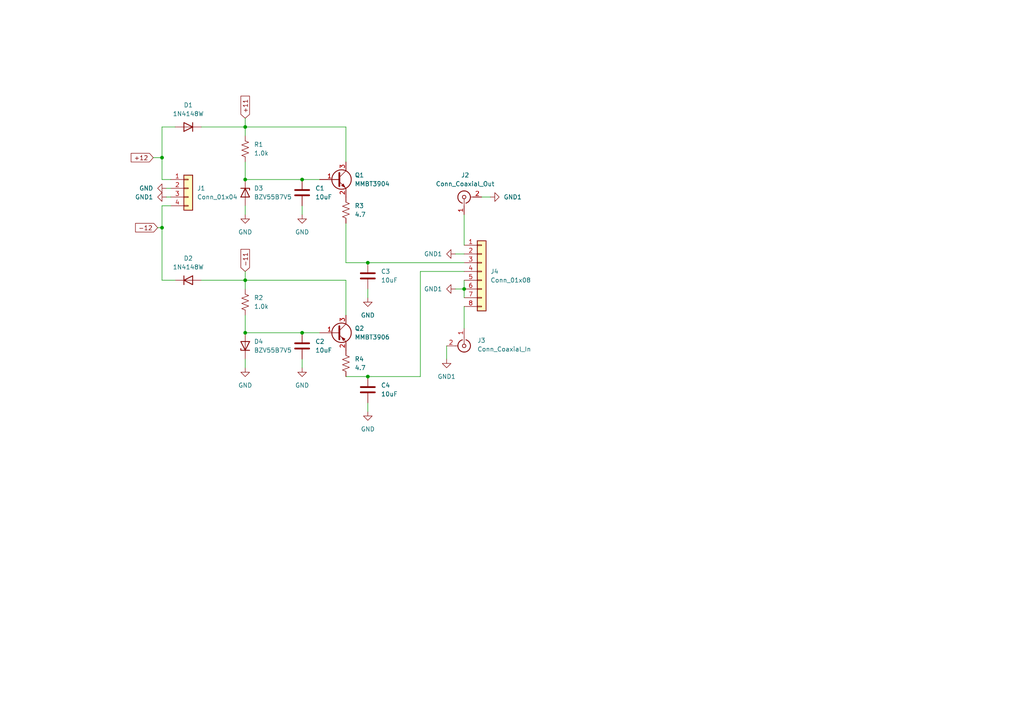
<source format=kicad_sch>
(kicad_sch (version 20230121) (generator eeschema)
  (paper "A4")
  (lib_symbols
    (symbol "Connector:Conn_Coaxial" (pin_names (offset 1.016) hide)
      (property "Reference" "J" (at 0.254 3.048 0))
      (property "Value" "Conn_Coaxial" (at 2.921 0 90))
      (symbol "Conn_Coaxial_0_1"
        (arc (start -1.778 -0.508) (mid 0.2311 -1.8066) (end 1.778 0) (stroke (width 0.254)))
        (polyline (pts (xy -2.54 0) (xy -0.508 0)))
        (polyline (pts (xy 0 -2.54) (xy 0 -1.778)))
        (circle (center 0 0) (radius 0.508) (stroke (width 0.2032)))
        (arc (start 1.778 0) (mid 0.2099 1.8101) (end -1.778 0.508) (stroke (width 0.254)))
      )
      (symbol "Conn_Coaxial_1_1"
        (pin passive line (at -5.08 0 0) (length 2.54) (name "In") (number "1"))
        (pin passive line (at 0 -5.08 90) (length 2.54) (name "Ext") (number "2"))
      )
    )
    (symbol "Connector_Generic:Conn_01x04" (pin_names (offset 1.016) hide)
      (property "Reference" "J" (at 0 5.08 0))
      (property "Value" "Conn_01x04" (at 0 -7.62 0))
      (symbol "Conn_01x04_1_1"
        (rectangle (start -1.27 -4.953) (end 0 -5.207) (stroke (width 0.1524)))
        (rectangle (start -1.27 -2.413) (end 0 -2.667) (stroke (width 0.1524)))
        (rectangle (start -1.27 0.127) (end 0 -0.127) (stroke (width 0.1524)))
        (rectangle (start -1.27 2.667) (end 0 2.413) (stroke (width 0.1524)))
        (rectangle (start -1.27 3.81) (end 1.27 -6.35) (stroke (width 0.254)) (fill (type background)))
        (pin passive line (at -5.08 2.54 0) (length 3.81) (name "Pin_1") (number "1"))
        (pin passive line (at -5.08 0 0) (length 3.81) (name "Pin_2") (number "2"))
        (pin passive line (at -5.08 -2.54 0) (length 3.81) (name "Pin_3") (number "3"))
        (pin passive line (at -5.08 -5.08 0) (length 3.81) (name "Pin_4") (number "4"))
      )
    )
    (symbol "Connector_Generic:Conn_01x08" (pin_names (offset 1.016) hide)
      (property "Reference" "J2" (at 2.54 0 0))
      (property "Value" "Conn_01x08" (at 2.54 -2.54 0))
      (symbol "Conn_01x08_1_1"
        (rectangle (start -1.27 -10.033) (end 0 -10.287) (stroke (width 0.1524)))
        (rectangle (start -1.27 -7.493) (end 0 -7.747) (stroke (width 0.1524)))
        (rectangle (start -1.27 -4.953) (end 0 -5.207) (stroke (width 0.1524)))
        (rectangle (start -1.27 -2.413) (end 0 -2.667) (stroke (width 0.1524)))
        (rectangle (start -1.27 0.127) (end 0 -0.127) (stroke (width 0.1524)))
        (rectangle (start -1.27 2.667) (end 0 2.413) (stroke (width 0.1524)))
        (rectangle (start -1.27 5.207) (end 0 4.953) (stroke (width 0.1524)))
        (rectangle (start -1.27 7.747) (end 0 7.493) (stroke (width 0.1524)))
        (rectangle (start -1.27 8.89) (end 1.27 -11.43) (stroke (width 0.254)) (fill (type background)))
        (pin output line (at -5.08 7.62 0) (length 3.81) (name "Output") (number "1"))
        (pin passive line (at -5.08 5.08 0) (length 3.81) (name "GND") (number "2"))
        (pin power_in line (at -5.08 2.54 0) (length 3.81) (name "Pin_3") (number "3"))
        (pin power_in line (at -5.08 0 0) (length 3.81) (name "Pin_4") (number "4"))
        (pin passive line (at -5.08 -2.54 0) (length 3.81) (name "Pin_5") (number "5"))
        (pin passive line (at -5.08 -5.08 0) (length 3.81) (name "Pin_6") (number "6"))
        (pin passive line (at -5.08 -7.62 0) (length 3.81) (name "Pin_7") (number "7"))
        (pin input line (at -5.08 -10.16 0) (length 3.81) (name "Input") (number "8"))
      )
    )
    (symbol "Device:C" (pin_numbers hide) (pin_names (offset 0.254))
      (property "Reference" "C" (at 0.635 2.54 0))
      (property "Value" "C" (at 0.635 -2.54 0))
      (symbol "C_0_1"
        (polyline (pts (xy -2.032 -0.762) (xy 2.032 -0.762)) (stroke (width 0.508)))
        (polyline (pts (xy -2.032 0.762) (xy 2.032 0.762)) (stroke (width 0.508)))
      )
      (symbol "C_1_1"
        (pin passive line (at 0 3.81 270) (length 2.794) (name "~") (number "1"))
        (pin passive line (at 0 -3.81 90) (length 2.794) (name "~") (number "2"))
      )
    )
    (symbol "Device:R_US" (pin_numbers hide) (pin_names (offset 0))
      (property "Reference" "R" (at 2.54 0 90))
      (property "Value" "R_US" (at -2.54 0 90))
      (symbol "R_US_0_1"
        (polyline (pts (xy 0 -2.286) (xy 0 -2.54)))
        (polyline (pts (xy 0 2.286) (xy 0 2.54)))
        (polyline (pts (xy 0 -0.762) (xy 1.016 -1.143) (xy 0 -1.524) (xy -1.016 -1.905) (xy 0 -2.286)))
        (polyline (pts (xy 0 0.762) (xy 1.016 0.381) (xy 0 0) (xy -1.016 -0.381) (xy 0 -0.762)))
        (polyline (pts (xy 0 2.286) (xy 1.016 1.905) (xy 0 1.524) (xy -1.016 1.143) (xy 0 0.762)))
      )
      (symbol "R_US_1_1"
        (pin passive line (at 0 3.81 270) (length 1.27) (name "~") (number "1"))
        (pin passive line (at 0 -3.81 90) (length 1.27) (name "~") (number "2"))
      )
    )
    (symbol "Diode:1N4148W" (pin_numbers hide) (pin_names hide)
      (property "Reference" "D" (at 0 2.54 0))
      (property "Value" "1N4148W" (at 0 -2.54 0))
      (symbol "1N4148W_0_1"
        (polyline (pts (xy -1.27 1.27) (xy -1.27 -1.27)) (stroke (width 0.254)))
        (polyline (pts (xy 1.27 0) (xy -1.27 0)))
        (polyline (pts (xy 1.27 1.27) (xy 1.27 -1.27) (xy -1.27 0) (xy 1.27 1.27)) (stroke (width 0.254)))
      )
      (symbol "1N4148W_1_1"
        (pin passive line (at -3.81 0 0) (length 2.54) (name "K") (number "1"))
        (pin passive line (at 3.81 0 180) (length 2.54) (name "A") (number "2"))
      )
    )
    (symbol "Diode:BZV55B7V5" (pin_numbers hide) (pin_names hide)
      (property "Reference" "D" (at 0 2.54 0))
      (property "Value" "BZV55B7V5" (at 0 -2.54 0))
      (symbol "BZV55B7V5_0_1"
        (polyline (pts (xy 1.27 0) (xy -1.27 0)))
        (polyline (pts (xy -1.27 -1.27) (xy -1.27 1.27) (xy -0.762 1.27)) (stroke (width 0.254)))
        (polyline (pts (xy 1.27 -1.27) (xy 1.27 1.27) (xy -1.27 0) (xy 1.27 -1.27)) (stroke (width 0.254)))
      )
      (symbol "BZV55B7V5_1_1"
        (pin passive line (at -3.81 0 0) (length 2.54) (name "K") (number "1"))
        (pin passive line (at 3.81 0 180) (length 2.54) (name "A") (number "2"))
      )
    )
    (symbol "Transistor_BJT:MMBT3904" (pin_names (offset 0) hide)
      (property "Reference" "Q" (at 5.08 1.905 0))
      (property "Value" "MMBT3904" (at 5.08 0 0))
      (symbol "MMBT3904_0_1"
        (polyline (pts (xy 0.635 0.635) (xy 2.54 2.54)))
        (polyline (pts (xy 0.635 -0.635) (xy 2.54 -2.54) (xy 2.54 -2.54)))
        (polyline (pts (xy 0.635 1.905) (xy 0.635 -1.905) (xy 0.635 -1.905)) (stroke (width 0.508)))
        (polyline (pts (xy 1.27 -1.778) (xy 1.778 -1.27) (xy 2.286 -2.286) (xy 1.27 -1.778) (xy 1.27 -1.778)) (fill (type outline)))
        (circle (center 1.27 0) (radius 2.8194) (stroke (width 0.254)))
      )
      (symbol "MMBT3904_1_1"
        (pin input line (at -5.08 0 0) (length 5.715) (name "B") (number "1"))
        (pin passive line (at 2.54 -5.08 90) (length 2.54) (name "E") (number "2"))
        (pin passive line (at 2.54 5.08 270) (length 2.54) (name "C") (number "3"))
      )
    )
    (symbol "Transistor_BJT:MMBT3906" (pin_names (offset 0) hide)
      (property "Reference" "Q" (at 5.08 1.905 0))
      (property "Value" "MMBT3906" (at 5.08 0 0))
      (symbol "MMBT3906_0_1"
        (polyline (pts (xy 0.635 0.635) (xy 2.54 2.54)))
        (polyline (pts (xy 0.635 -0.635) (xy 2.54 -2.54) (xy 2.54 -2.54)))
        (polyline (pts (xy 0.635 1.905) (xy 0.635 -1.905) (xy 0.635 -1.905)) (stroke (width 0.508)))
        (polyline (pts (xy 2.286 -1.778) (xy 1.778 -2.286) (xy 1.27 -1.27) (xy 2.286 -1.778) (xy 2.286 -1.778)) (fill (type outline)))
        (circle (center 1.27 0) (radius 2.8194) (stroke (width 0.254)))
      )
      (symbol "MMBT3906_1_1"
        (pin input line (at -5.08 0 0) (length 5.715) (name "B") (number "1"))
        (pin passive line (at 2.54 -5.08 90) (length 2.54) (name "E") (number "2"))
        (pin passive line (at 2.54 5.08 270) (length 2.54) (name "C") (number "3"))
      )
    )
    (symbol "power:GND" (power) (pin_names (offset 0))
      (property "Value" "GND" (at 0 -3.81 0))
      (symbol "GND_0_1"
        (polyline (pts (xy 0 0) (xy 0 -1.27) (xy 1.27 -1.27) (xy 0 -2.54) (xy -1.27 -1.27) (xy 0 -1.27)))
      )
      (symbol "GND_1_1"
        (pin power_in line (at 0 0 270) (length 0) hide (name "GND") (number "1"))
      )
    )
    (symbol "power:GND1" (power) (pin_names (offset 0))
      (property "Value" "GND1" (at 0 -3.81 0))
      (symbol "GND1_0_1"
        (polyline (pts (xy 0 0) (xy 0 -1.27) (xy 1.27 -1.27) (xy 0 -2.54) (xy -1.27 -1.27) (xy 0 -1.27)))
      )
      (symbol "GND1_1_1"
        (pin power_in line (at 0 0 270) (length 0) hide (name "GND1") (number "1"))
      )
    )
  )
  (junction (at 87.63 96.52))
  (junction (at 71.12 36.83))
  (junction (at 87.63 52.07))
  (junction (at 71.12 81.28))
  (junction (at 46.99 66.04))
  (junction (at 46.99 45.72))
  (junction (at 106.68 109.22))
  (junction (at 106.68 76.2))
  (junction (at 134.62 83.82))
  (junction (at 71.12 52.07))
  (junction (at 71.12 96.52))
  (wire (pts (xy 48.26 54.61) (xy 49.53 54.61)))
  (wire (pts (xy 100.33 36.83) (xy 71.12 36.83)))
  (wire (pts (xy 121.92 78.74) (xy 134.62 78.74)))
  (wire (pts (xy 50.8 81.28) (xy 46.99 81.28)))
  (wire (pts (xy 100.33 46.99) (xy 100.33 36.83)))
  (wire (pts (xy 71.12 39.37) (xy 71.12 36.83)))
  (wire (pts (xy 87.63 106.68) (xy 87.63 104.14)))
  (wire (pts (xy 58.42 81.28) (xy 71.12 81.28)))
  (wire (pts (xy 134.62 62.23) (xy 134.62 71.12)))
  (wire (pts (xy 45.72 66.04) (xy 46.99 66.04)))
  (wire (pts (xy 58.42 36.83) (xy 71.12 36.83)))
  (wire (pts (xy 44.45 45.72) (xy 46.99 45.72)))
  (wire (pts (xy 48.26 57.15) (xy 49.53 57.15)))
  (wire (pts (xy 106.68 76.2) (xy 134.62 76.2)))
  (wire (pts (xy 106.68 86.36) (xy 106.68 83.82)))
  (wire (pts (xy 71.12 36.83) (xy 71.12 34.29)))
  (wire (pts (xy 71.12 81.28) (xy 100.33 81.28)))
  (wire (pts (xy 46.99 52.07) (xy 49.53 52.07)))
  (wire (pts (xy 46.99 36.83) (xy 50.8 36.83)))
  (wire (pts (xy 132.08 73.66) (xy 134.62 73.66)))
  (wire (pts (xy 46.99 36.83) (xy 46.99 45.72)))
  (wire (pts (xy 71.12 78.74) (xy 71.12 81.28)))
  (wire (pts (xy 87.63 62.23) (xy 87.63 59.69)))
  (wire (pts (xy 100.33 81.28) (xy 100.33 91.44)))
  (wire (pts (xy 100.33 76.2) (xy 106.68 76.2)))
  (wire (pts (xy 71.12 91.44) (xy 71.12 96.52)))
  (wire (pts (xy 87.63 96.52) (xy 92.71 96.52)))
  (wire (pts (xy 46.99 81.28) (xy 46.99 66.04)))
  (wire (pts (xy 71.12 106.68) (xy 71.12 104.14)))
  (wire (pts (xy 121.92 109.22) (xy 121.92 78.74)))
  (wire (pts (xy 46.99 59.69) (xy 49.53 59.69)))
  (wire (pts (xy 71.12 62.23) (xy 71.12 59.69)))
  (wire (pts (xy 71.12 96.52) (xy 87.63 96.52)))
  (wire (pts (xy 132.08 83.82) (xy 134.62 83.82)))
  (wire (pts (xy 46.99 45.72) (xy 46.99 52.07)))
  (wire (pts (xy 129.54 100.33) (xy 129.54 104.14)))
  (wire (pts (xy 106.68 119.38) (xy 106.68 116.84)))
  (wire (pts (xy 100.33 109.22) (xy 106.68 109.22)))
  (wire (pts (xy 46.99 66.04) (xy 46.99 59.69)))
  (wire (pts (xy 139.7 57.15) (xy 142.24 57.15)))
  (wire (pts (xy 71.12 81.28) (xy 71.12 83.82)))
  (wire (pts (xy 134.62 81.28) (xy 134.62 83.82)))
  (wire (pts (xy 71.12 46.99) (xy 71.12 52.07)))
  (wire (pts (xy 134.62 88.9) (xy 134.62 95.25)))
  (wire (pts (xy 134.62 83.82) (xy 134.62 86.36)))
  (wire (pts (xy 100.33 64.77) (xy 100.33 76.2)))
  (wire (pts (xy 106.68 109.22) (xy 121.92 109.22)))
  (wire (pts (xy 71.12 52.07) (xy 87.63 52.07)))
  (wire (pts (xy 87.63 52.07) (xy 92.71 52.07)))
  (global_label "-12" (shape input) (at 45.72 66.04 180) (property "Intersheetrefs" "${INTERSHEET_REFS}" (effects hide)))
  (global_label "-11" (shape input) (at 71.12 78.74 90) (property "Intersheetrefs" "${INTERSHEET_REFS}" (effects hide)))
  (global_label "+11" (shape input) (at 71.12 34.29 90) (property "Intersheetrefs" "${INTERSHEET_REFS}" (effects hide)))
  (global_label "+12" (shape input) (at 44.45 45.72 180) (property "Intersheetrefs" "${INTERSHEET_REFS}" (effects hide)))
  (symbol (lib_id "power:GND") (at 71.12 106.68 0) (unit 1)
    (property "Reference" "#PWR04" (effects hide))
    (property "Value" "GND" (at 71.12 111.76 0))
  )
  (symbol (lib_id "Diode:BZV55B7V5") (at 71.12 55.88 270) (unit 1)
    (property "Reference" "D3" (at 73.66 54.61 90) (effects (justify left)))
    (property "Value" "BZV55B7V5" (at 73.66 57.15 90) (effects (justify left)))
    (property "Footprint" "Diode_SMD:D_MiniMELF" (effects hide))
    (property "Datasheet" "https://assets.nexperia.com/documents/data-sheet/BZV55_SER.pdf" (effects hide))
  )
  (symbol (lib_id "Connector:Conn_Coaxial") (at 134.62 57.15 90) (unit 1)
    (property "Reference" "J2" (at 134.9132 50.8 90))
    (property "Value" "Conn_Coaxial_Out" (at 134.9132 53.34 90))
    (property "Footprint" "Connector_Coaxial:SMA_Amphenol_901-144_Vertical" (effects hide))
    (property "Datasheet" " ~" (effects hide))
  )
  (symbol (lib_id "power:GND1") (at 132.08 73.66 270) (unit 1)
    (property "Reference" "#PWR010" (effects hide))
    (property "Value" "GND1" (at 128.27 73.66 90) (effects (justify right)))
  )
  (symbol (lib_id "Device:C") (at 87.63 100.33 0) (unit 1)
    (property "Reference" "C2" (at 91.44 99.06 0) (effects (justify left)))
    (property "Value" "10uF" (at 91.44 101.6 0) (effects (justify left)))
    (property "Footprint" "Capacitor_SMD:C_1206_3216Metric_Pad1.33x1.80mm_HandSolder" (effects hide))
    (property "Datasheet" "  (symbol \"Diode:BZV55B7V5\" (pin_numbers hide) (pin_names hide) (in_bom yes) (on_board yes)" (effects hide))
  )
  (symbol (lib_id "Connector_Generic:Conn_01x08") (at 139.7 78.74 0) (unit 1)
    (property "Reference" "J4" (at 142.24 78.74 0) (effects (justify left)))
    (property "Value" "Conn_01x08" (at 142.24 81.28 0) (effects (justify left)))
    (property "Footprint" "Connector_PinSocket_2.54mm:PinSocket_1x08_P2.54mm_Vertical" (effects hide))
  )
  (symbol (lib_id "power:GND") (at 106.68 119.38 0) (unit 1)
    (property "Reference" "#PWR08" (effects hide))
    (property "Value" "GND" (at 106.68 124.46 0))
  )
  (symbol (lib_id "Connector:Conn_Coaxial") (at 134.62 100.33 270) (unit 1)
    (property "Reference" "J3" (at 138.43 98.7425 90) (effects (justify left)))
    (property "Value" "Conn_Coaxial_In" (at 138.43 101.2825 90) (effects (justify left)))
    (property "Footprint" "Connector_Coaxial:SMA_Amphenol_901-144_Vertical" (effects hide))
    (property "Datasheet" " ~" (effects hide))
  )
  (symbol (lib_id "Device:C") (at 87.63 55.88 0) (unit 1)
    (property "Reference" "C1" (at 91.44 54.61 0) (effects (justify left)))
    (property "Value" "10uF" (at 91.44 57.15 0) (effects (justify left)))
    (property "Footprint" "Capacitor_SMD:C_1206_3216Metric_Pad1.33x1.80mm_HandSolder" (effects hide))
    (property "Datasheet" "  (symbol \"Diode:BZV55B7V5\" (pin_numbers hide) (pin_names hide) (in_bom yes) (on_board yes)" (effects hide))
  )
  (symbol (lib_id "Transistor_BJT:MMBT3904") (at 97.79 52.07 0) (unit 1)
    (property "Reference" "Q1" (at 102.87 50.8 0) (effects (justify left)))
    (property "Value" "MMBT3904" (at 102.87 53.34 0) (effects (justify left)))
    (property "Footprint" "Package_TO_SOT_SMD:SOT-23" (effects hide))
    (property "Datasheet" "https://www.onsemi.com/pub/Collateral/2N3903-D.PDF" (effects hide))
  )
  (symbol (lib_id "Device:R_US") (at 71.12 43.18 0) (unit 1)
    (property "Reference" "R1" (at 73.66 41.91 0) (effects (justify left)))
    (property "Value" "1.0k" (at 73.66 44.45 0) (effects (justify left)))
    (property "Footprint" "Resistor_SMD:R_1206_3216Metric_Pad1.30x1.75mm_HandSolder" (effects hide))
  )
  (symbol (lib_id "power:GND") (at 87.63 62.23 0) (unit 1)
    (property "Reference" "#PWR05" (effects hide))
    (property "Value" "GND" (at 87.63 67.31 0))
  )
  (symbol (lib_id "power:GND1") (at 48.26 57.15 270) (unit 1)
    (property "Reference" "#PWR02" (effects hide))
    (property "Value" "GND1" (at 44.45 57.15 90) (effects (justify right)))
  )
  (symbol (lib_id "Device:C") (at 106.68 80.01 0) (unit 1)
    (property "Reference" "C3" (at 110.49 78.74 0) (effects (justify left)))
    (property "Value" "10uF" (at 110.49 81.28 0) (effects (justify left)))
    (property "Footprint" "Capacitor_SMD:C_1206_3216Metric_Pad1.33x1.80mm_HandSolder" (effects hide))
    (property "Datasheet" "  (symbol \"Diode:BZV55B7V5\" (pin_numbers hide) (pin_names hide) (in_bom yes) (on_board yes)" (effects hide))
  )
  (symbol (lib_id "Device:R_US") (at 100.33 60.96 0) (unit 1)
    (property "Reference" "R3" (at 102.87 59.69 0) (effects (justify left)))
    (property "Value" "4.7" (at 102.87 62.23 0) (effects (justify left)))
    (property "Footprint" "Resistor_SMD:R_1206_3216Metric_Pad1.30x1.75mm_HandSolder" (effects hide))
  )
  (symbol (lib_id "power:GND1") (at 142.24 57.15 90) (unit 1)
    (property "Reference" "#PWR012" (effects hide))
    (property "Value" "GND1" (at 146.05 57.15 90) (effects (justify right)))
  )
  (symbol (lib_id "Diode:1N4148W") (at 54.61 36.83 180) (unit 1)
    (property "Reference" "D1" (at 54.61 30.48 0))
    (property "Value" "1N4148W" (at 54.61 33.02 0))
    (property "Footprint" "Diode_SMD:D_SOD-123" (effects hide))
    (property "Datasheet" "https://www.vishay.com/docs/85748/1n4148w.pdf" (effects hide))
    (property "Sim.Device" "D" (effects hide))
    (property "Sim.Pins" "1=K 2=A" (effects hide))
  )
  (symbol (lib_id "Device:C") (at 106.68 113.03 0) (unit 1)
    (property "Reference" "C4" (at 110.49 111.76 0) (effects (justify left)))
    (property "Value" "10uF" (at 110.49 114.3 0) (effects (justify left)))
    (property "Footprint" "Capacitor_SMD:C_1206_3216Metric_Pad1.33x1.80mm_HandSolder" (effects hide))
    (property "Datasheet" "  (symbol \"Diode:BZV55B7V5\" (pin_numbers hide) (pin_names hide) (in_bom yes) (on_board yes)" (effects hide))
  )
  (symbol (lib_id "power:GND") (at 87.63 106.68 0) (unit 1)
    (property "Reference" "#PWR06" (effects hide))
    (property "Value" "GND" (at 87.63 111.76 0))
  )
  (symbol (lib_id "power:GND") (at 71.12 62.23 0) (unit 1)
    (property "Reference" "#PWR03" (effects hide))
    (property "Value" "GND" (at 71.12 67.31 0))
  )
  (symbol (lib_id "Transistor_BJT:MMBT3906") (at 97.79 96.52 0) (unit 1)
    (property "Reference" "Q2" (at 102.87 95.25 0) (effects (justify left)))
    (property "Value" "MMBT3906" (at 102.87 97.79 0) (effects (justify left)))
    (property "Footprint" "Package_TO_SOT_SMD:SOT-23" (effects hide))
    (property "Datasheet" "https://www.onsemi.com/pub/Collateral/2N3906-D.PDF" (effects hide))
  )
  (symbol (lib_id "Diode:1N4148W") (at 54.61 81.28 0) (unit 1)
    (property "Reference" "D2" (at 54.61 74.93 0))
    (property "Value" "1N4148W" (at 54.61 77.47 0))
    (property "Footprint" "Diode_SMD:D_SOD-123" (effects hide))
    (property "Datasheet" "https://www.vishay.com/docs/85748/1n4148w.pdf" (effects hide))
    (property "Sim.Device" "D" (effects hide))
    (property "Sim.Pins" "1=K 2=A" (effects hide))
  )
  (symbol (lib_id "power:GND1") (at 129.54 104.14 0) (unit 1)
    (property "Reference" "#PWR09" (effects hide))
    (property "Value" "GND1" (at 129.54 109.22 0))
  )
  (symbol (lib_id "Diode:BZV55B7V5") (at 71.12 100.33 90) (unit 1)
    (property "Reference" "D4" (at 73.66 99.06 90) (effects (justify right)))
    (property "Value" "BZV55B7V5" (at 73.66 101.6 90) (effects (justify right)))
    (property "Footprint" "Diode_SMD:D_MiniMELF" (effects hide))
    (property "Datasheet" "https://assets.nexperia.com/documents/data-sheet/BZV55_SER.pdf" (effects hide))
  )
  (symbol (lib_id "Device:R_US") (at 71.12 87.63 0) (unit 1)
    (property "Reference" "R2" (at 73.66 86.36 0) (effects (justify left)))
    (property "Value" "1.0k" (at 73.66 88.9 0) (effects (justify left)))
    (property "Footprint" "Resistor_SMD:R_1206_3216Metric_Pad1.30x1.75mm_HandSolder" (effects hide))
  )
  (symbol (lib_id "power:GND") (at 48.26 54.61 270) (unit 1)
    (property "Reference" "#PWR01" (effects hide))
    (property "Value" "GND" (at 44.45 54.61 90) (effects (justify right)))
  )
  (symbol (lib_id "Connector_Generic:Conn_01x04") (at 54.61 54.61 0) (unit 1)
    (property "Reference" "J1" (at 57.15 54.61 0) (effects (justify left)))
    (property "Value" "Conn_01x04" (at 57.15 57.15 0) (effects (justify left)))
    (property "Footprint" "Connector_PinSocket_2.54mm:PinSocket_1x04_P2.54mm_Vertical" (effects hide))
  )
  (symbol (lib_id "power:GND1") (at 132.08 83.82 270) (unit 1)
    (property "Reference" "#PWR011" (effects hide))
    (property "Value" "GND1" (at 128.27 83.82 90) (effects (justify right)))
  )
  (symbol (lib_id "Device:R_US") (at 100.33 105.41 0) (unit 1)
    (property "Reference" "R4" (at 102.87 104.14 0) (effects (justify left)))
    (property "Value" "4.7" (at 102.87 106.68 0) (effects (justify left)))
    (property "Footprint" "Resistor_SMD:R_1206_3216Metric_Pad1.30x1.75mm_HandSolder" (effects hide))
  )
  (symbol (lib_id "power:GND") (at 106.68 86.36 0) (unit 1)
    (property "Reference" "#PWR07" (effects hide))
    (property "Value" "GND" (at 106.68 91.44 0))
  )
)
</source>
